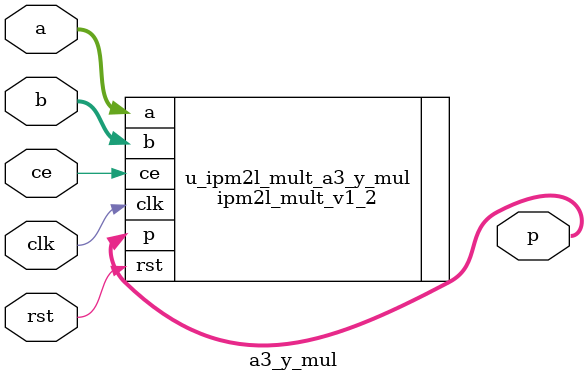
<source format=v>

`timescale 1ns/1ps
module a3_y_mul
( 
     ce  ,
     rst ,
     clk ,
     a   ,
     b   ,
     p
);



localparam ASIZE               = 47 ; //@IPC int 2,82

localparam BSIZE               = 41 ; //@IPC int 2,82

localparam A_SIGNED            = 0 ; //@IPC enum 0,1

localparam B_SIGNED            = 0 ; //@IPC enum 0,1

localparam ASYNC_RST           = 1 ; //@IPC enum 0,1

localparam OPTIMAL_TIMING      = 0 ; //@IPC enum 0,1

//tmp variable for ipc purpose 

localparam PIPE_STATUS         = 4 ; //@IPC enum 0,1,2,3,4,5

localparam ASYNC_RST_BOOL      = 1 ; //@IPC bool

localparam OPTIMAL_TIMING_BOOL = 0 ; //@IPC bool

localparam ADVANCED_BOOL       = 1 ; //@IPC bool

localparam XYREG               = 1 ; //@IPC bool

localparam MREG                = 1 ; //@IPC bool

localparam PREG                = 0 ; //@IPC bool

localparam INREG               = 0 ; //@IPC bool

localparam OUTREG              = 0 ; //@IPC bool

localparam CPO_REG             = 14'b00000000001010 ; //@IPC string

//end of tmp variable
localparam  GRS_EN       = "FALSE"         ;  

localparam  PSIZE = ASIZE + BSIZE          ;  

input                 ce  ;
input                 rst ;
input                 clk ;
input  [ASIZE-1:0]    a   ;
input  [BSIZE-1:0]    b   ;
output [PSIZE-1:0]    p   ;

ipm2l_mult_v1_2
#(  
    .ASIZE           ( ASIZE            ),
    .BSIZE           ( BSIZE            ),
    .OPTIMAL_TIMING  ( OPTIMAL_TIMING   ), 

    .ADVANCED_BOOL   ( ADVANCED_BOOL    ),

    .INREG_EN        ( INREG            ),    
    .PIPEREG_EN_1    ( XYREG            ),     
    .PIPEREG_EN_2    ( MREG             ),
    .PIPEREG_EN_3    ( PREG             ),
    .OUTREG_EN       ( OUTREG           ),
    .CPO_REG         ( {1'b0,CPO_REG}   ),
    .PIPE_STATUS     ( PIPE_STATUS      ),

    .GRS_EN          ( GRS_EN           ),  
    .A_SIGNED        ( A_SIGNED         ),     
    .B_SIGNED        ( B_SIGNED         ),     
    .ASYNC_RST       ( ASYNC_RST        )      
)u_ipm2l_mult_a3_y_mul
(
    .ce              ( ce     ),
    .rst             ( rst    ),
    .clk             ( clk    ),
    .a               ( a      ),
    .b               ( b      ),
    .p               ( p      )
);

endmodule

</source>
